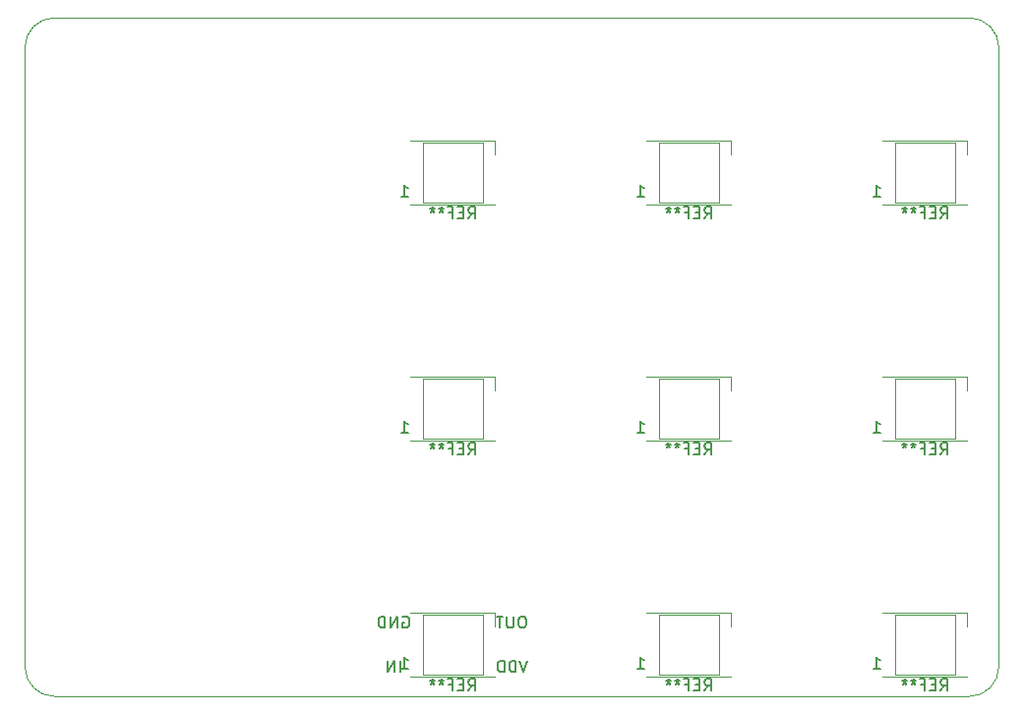
<source format=gbr>
%TF.GenerationSoftware,KiCad,Pcbnew,(6.0.5)*%
%TF.CreationDate,2022-06-04T16:39:11+08:00*%
%TF.ProjectId,keyboard_V3,6b657962-6f61-4726-945f-56332e6b6963,rev?*%
%TF.SameCoordinates,Original*%
%TF.FileFunction,Legend,Bot*%
%TF.FilePolarity,Positive*%
%FSLAX46Y46*%
G04 Gerber Fmt 4.6, Leading zero omitted, Abs format (unit mm)*
G04 Created by KiCad (PCBNEW (6.0.5)) date 2022-06-04 16:39:11*
%MOMM*%
%LPD*%
G01*
G04 APERTURE LIST*
%TA.AperFunction,Profile*%
%ADD10C,0.100000*%
%TD*%
%TA.AperFunction,Profile*%
%ADD11C,0.050000*%
%TD*%
%ADD12C,0.150000*%
%ADD13C,0.120000*%
G04 APERTURE END LIST*
D10*
X107950000Y-113030000D02*
G75*
G03*
X110490000Y-110490000I0J2540000D01*
G01*
D11*
X101538462Y-65342253D02*
X106720062Y-65342253D01*
X106720062Y-65342253D02*
X106720062Y-70553853D01*
X106720062Y-70553853D02*
X101538462Y-70553853D01*
X101538462Y-70553853D02*
X101538462Y-65342253D01*
D10*
X29210000Y-113030000D02*
X107950000Y-113030000D01*
D11*
X60909200Y-85674200D02*
X66090800Y-85674200D01*
X66090800Y-85674200D02*
X66090800Y-90855800D01*
X66090800Y-90855800D02*
X60909200Y-90855800D01*
X60909200Y-90855800D02*
X60909200Y-85674200D01*
X60903194Y-65342253D02*
X66084794Y-65342253D01*
X66084794Y-65342253D02*
X66084794Y-70543853D01*
X66084794Y-70543853D02*
X60903194Y-70543853D01*
X60903194Y-70543853D02*
X60903194Y-65342253D01*
X101538462Y-85654200D02*
X106720062Y-85654200D01*
X106720062Y-85654200D02*
X106720062Y-90855800D01*
X106720062Y-90855800D02*
X101538462Y-90855800D01*
X101538462Y-90855800D02*
X101538462Y-85654200D01*
X81220828Y-85654200D02*
X86402428Y-85654200D01*
X86402428Y-85654200D02*
X86402428Y-90855800D01*
X86402428Y-90855800D02*
X81220828Y-90855800D01*
X81220828Y-90855800D02*
X81220828Y-85654200D01*
X81229200Y-65335000D02*
X86410800Y-65335000D01*
X86410800Y-65335000D02*
X86410800Y-70536600D01*
X86410800Y-70536600D02*
X81229200Y-70536600D01*
X81229200Y-70536600D02*
X81229200Y-65335000D01*
D10*
X26670000Y-110490000D02*
X26670000Y-57150000D01*
X110490000Y-110490000D02*
X110490000Y-57150000D01*
X110490000Y-57150000D02*
G75*
G03*
X107950000Y-54610000I-2540000J0D01*
G01*
D11*
X101549200Y-105974200D02*
X106730800Y-105974200D01*
X106730800Y-105974200D02*
X106730800Y-111195800D01*
X106730800Y-111195800D02*
X101549200Y-111195800D01*
X101549200Y-111195800D02*
X101549200Y-105974200D01*
D10*
X107950000Y-54610000D02*
X29210000Y-54610000D01*
D11*
X60909200Y-105984200D02*
X66090800Y-105984200D01*
X66090800Y-105984200D02*
X66090800Y-111175800D01*
X66090800Y-111175800D02*
X60909200Y-111175800D01*
X60909200Y-111175800D02*
X60909200Y-105984200D01*
X26670000Y-110490000D02*
G75*
G03*
X29210000Y-113030000I2540000J0D01*
G01*
X81229200Y-105974200D02*
X86410800Y-105974200D01*
X86410800Y-105974200D02*
X86410800Y-111195800D01*
X86410800Y-111195800D02*
X81229200Y-111195800D01*
X81229200Y-111195800D02*
X81229200Y-105974200D01*
X29210000Y-54610000D02*
G75*
G03*
X26670000Y-57150000I0J-2540000D01*
G01*
D12*
X69580000Y-106132380D02*
X69389523Y-106132380D01*
X69294285Y-106180000D01*
X69199047Y-106275238D01*
X69151428Y-106465714D01*
X69151428Y-106799047D01*
X69199047Y-106989523D01*
X69294285Y-107084761D01*
X69389523Y-107132380D01*
X69580000Y-107132380D01*
X69675238Y-107084761D01*
X69770476Y-106989523D01*
X69818095Y-106799047D01*
X69818095Y-106465714D01*
X69770476Y-106275238D01*
X69675238Y-106180000D01*
X69580000Y-106132380D01*
X68722857Y-106132380D02*
X68722857Y-106941904D01*
X68675238Y-107037142D01*
X68627619Y-107084761D01*
X68532380Y-107132380D01*
X68341904Y-107132380D01*
X68246666Y-107084761D01*
X68199047Y-107037142D01*
X68151428Y-106941904D01*
X68151428Y-106132380D01*
X67818095Y-106132380D02*
X67246666Y-106132380D01*
X67532380Y-107132380D02*
X67532380Y-106132380D01*
X69913333Y-109942380D02*
X69580000Y-110942380D01*
X69246666Y-109942380D01*
X68913333Y-110942380D02*
X68913333Y-109942380D01*
X68675238Y-109942380D01*
X68532380Y-109990000D01*
X68437142Y-110085238D01*
X68389523Y-110180476D01*
X68341904Y-110370952D01*
X68341904Y-110513809D01*
X68389523Y-110704285D01*
X68437142Y-110799523D01*
X68532380Y-110894761D01*
X68675238Y-110942380D01*
X68913333Y-110942380D01*
X67913333Y-110942380D02*
X67913333Y-109942380D01*
X67675238Y-109942380D01*
X67532380Y-109990000D01*
X67437142Y-110085238D01*
X67389523Y-110180476D01*
X67341904Y-110370952D01*
X67341904Y-110513809D01*
X67389523Y-110704285D01*
X67437142Y-110799523D01*
X67532380Y-110894761D01*
X67675238Y-110942380D01*
X67913333Y-110942380D01*
X59181904Y-106180000D02*
X59277142Y-106132380D01*
X59420000Y-106132380D01*
X59562857Y-106180000D01*
X59658095Y-106275238D01*
X59705714Y-106370476D01*
X59753333Y-106560952D01*
X59753333Y-106703809D01*
X59705714Y-106894285D01*
X59658095Y-106989523D01*
X59562857Y-107084761D01*
X59420000Y-107132380D01*
X59324761Y-107132380D01*
X59181904Y-107084761D01*
X59134285Y-107037142D01*
X59134285Y-106703809D01*
X59324761Y-106703809D01*
X58705714Y-107132380D02*
X58705714Y-106132380D01*
X58134285Y-107132380D01*
X58134285Y-106132380D01*
X57658095Y-107132380D02*
X57658095Y-106132380D01*
X57420000Y-106132380D01*
X57277142Y-106180000D01*
X57181904Y-106275238D01*
X57134285Y-106370476D01*
X57086666Y-106560952D01*
X57086666Y-106703809D01*
X57134285Y-106894285D01*
X57181904Y-106989523D01*
X57277142Y-107084761D01*
X57420000Y-107132380D01*
X57658095Y-107132380D01*
X58943809Y-110942380D02*
X58943809Y-109942380D01*
X58467619Y-110942380D02*
X58467619Y-109942380D01*
X57896190Y-110942380D01*
X57896190Y-109942380D01*
%TO.C,REF\u002A\u002A*%
X85153333Y-112537380D02*
X85486666Y-112061190D01*
X85724761Y-112537380D02*
X85724761Y-111537380D01*
X85343809Y-111537380D01*
X85248571Y-111585000D01*
X85200952Y-111632619D01*
X85153333Y-111727857D01*
X85153333Y-111870714D01*
X85200952Y-111965952D01*
X85248571Y-112013571D01*
X85343809Y-112061190D01*
X85724761Y-112061190D01*
X84724761Y-112013571D02*
X84391428Y-112013571D01*
X84248571Y-112537380D02*
X84724761Y-112537380D01*
X84724761Y-111537380D01*
X84248571Y-111537380D01*
X83486666Y-112013571D02*
X83820000Y-112013571D01*
X83820000Y-112537380D02*
X83820000Y-111537380D01*
X83343809Y-111537380D01*
X82820000Y-111537380D02*
X82820000Y-111775476D01*
X83058095Y-111680238D02*
X82820000Y-111775476D01*
X82581904Y-111680238D01*
X82962857Y-111965952D02*
X82820000Y-111775476D01*
X82677142Y-111965952D01*
X82058095Y-111537380D02*
X82058095Y-111775476D01*
X82296190Y-111680238D02*
X82058095Y-111775476D01*
X81820000Y-111680238D01*
X82200952Y-111965952D02*
X82058095Y-111775476D01*
X81915238Y-111965952D01*
X79384285Y-110637380D02*
X79955714Y-110637380D01*
X79670000Y-110637380D02*
X79670000Y-109637380D01*
X79765238Y-109780238D01*
X79860476Y-109875476D01*
X79955714Y-109923095D01*
X105473333Y-71897380D02*
X105806666Y-71421190D01*
X106044761Y-71897380D02*
X106044761Y-70897380D01*
X105663809Y-70897380D01*
X105568571Y-70945000D01*
X105520952Y-70992619D01*
X105473333Y-71087857D01*
X105473333Y-71230714D01*
X105520952Y-71325952D01*
X105568571Y-71373571D01*
X105663809Y-71421190D01*
X106044761Y-71421190D01*
X105044761Y-71373571D02*
X104711428Y-71373571D01*
X104568571Y-71897380D02*
X105044761Y-71897380D01*
X105044761Y-70897380D01*
X104568571Y-70897380D01*
X103806666Y-71373571D02*
X104140000Y-71373571D01*
X104140000Y-71897380D02*
X104140000Y-70897380D01*
X103663809Y-70897380D01*
X103140000Y-70897380D02*
X103140000Y-71135476D01*
X103378095Y-71040238D02*
X103140000Y-71135476D01*
X102901904Y-71040238D01*
X103282857Y-71325952D02*
X103140000Y-71135476D01*
X102997142Y-71325952D01*
X102378095Y-70897380D02*
X102378095Y-71135476D01*
X102616190Y-71040238D02*
X102378095Y-71135476D01*
X102140000Y-71040238D01*
X102520952Y-71325952D02*
X102378095Y-71135476D01*
X102235238Y-71325952D01*
X99704285Y-69997380D02*
X100275714Y-69997380D01*
X99990000Y-69997380D02*
X99990000Y-68997380D01*
X100085238Y-69140238D01*
X100180476Y-69235476D01*
X100275714Y-69283095D01*
X105473333Y-112537380D02*
X105806666Y-112061190D01*
X106044761Y-112537380D02*
X106044761Y-111537380D01*
X105663809Y-111537380D01*
X105568571Y-111585000D01*
X105520952Y-111632619D01*
X105473333Y-111727857D01*
X105473333Y-111870714D01*
X105520952Y-111965952D01*
X105568571Y-112013571D01*
X105663809Y-112061190D01*
X106044761Y-112061190D01*
X105044761Y-112013571D02*
X104711428Y-112013571D01*
X104568571Y-112537380D02*
X105044761Y-112537380D01*
X105044761Y-111537380D01*
X104568571Y-111537380D01*
X103806666Y-112013571D02*
X104140000Y-112013571D01*
X104140000Y-112537380D02*
X104140000Y-111537380D01*
X103663809Y-111537380D01*
X103140000Y-111537380D02*
X103140000Y-111775476D01*
X103378095Y-111680238D02*
X103140000Y-111775476D01*
X102901904Y-111680238D01*
X103282857Y-111965952D02*
X103140000Y-111775476D01*
X102997142Y-111965952D01*
X102378095Y-111537380D02*
X102378095Y-111775476D01*
X102616190Y-111680238D02*
X102378095Y-111775476D01*
X102140000Y-111680238D01*
X102520952Y-111965952D02*
X102378095Y-111775476D01*
X102235238Y-111965952D01*
X99704285Y-110637380D02*
X100275714Y-110637380D01*
X99990000Y-110637380D02*
X99990000Y-109637380D01*
X100085238Y-109780238D01*
X100180476Y-109875476D01*
X100275714Y-109923095D01*
X85153333Y-71897380D02*
X85486666Y-71421190D01*
X85724761Y-71897380D02*
X85724761Y-70897380D01*
X85343809Y-70897380D01*
X85248571Y-70945000D01*
X85200952Y-70992619D01*
X85153333Y-71087857D01*
X85153333Y-71230714D01*
X85200952Y-71325952D01*
X85248571Y-71373571D01*
X85343809Y-71421190D01*
X85724761Y-71421190D01*
X84724761Y-71373571D02*
X84391428Y-71373571D01*
X84248571Y-71897380D02*
X84724761Y-71897380D01*
X84724761Y-70897380D01*
X84248571Y-70897380D01*
X83486666Y-71373571D02*
X83820000Y-71373571D01*
X83820000Y-71897380D02*
X83820000Y-70897380D01*
X83343809Y-70897380D01*
X82820000Y-70897380D02*
X82820000Y-71135476D01*
X83058095Y-71040238D02*
X82820000Y-71135476D01*
X82581904Y-71040238D01*
X82962857Y-71325952D02*
X82820000Y-71135476D01*
X82677142Y-71325952D01*
X82058095Y-70897380D02*
X82058095Y-71135476D01*
X82296190Y-71040238D02*
X82058095Y-71135476D01*
X81820000Y-71040238D01*
X82200952Y-71325952D02*
X82058095Y-71135476D01*
X81915238Y-71325952D01*
X79384285Y-69997380D02*
X79955714Y-69997380D01*
X79670000Y-69997380D02*
X79670000Y-68997380D01*
X79765238Y-69140238D01*
X79860476Y-69235476D01*
X79955714Y-69283095D01*
X64833333Y-71897380D02*
X65166666Y-71421190D01*
X65404761Y-71897380D02*
X65404761Y-70897380D01*
X65023809Y-70897380D01*
X64928571Y-70945000D01*
X64880952Y-70992619D01*
X64833333Y-71087857D01*
X64833333Y-71230714D01*
X64880952Y-71325952D01*
X64928571Y-71373571D01*
X65023809Y-71421190D01*
X65404761Y-71421190D01*
X64404761Y-71373571D02*
X64071428Y-71373571D01*
X63928571Y-71897380D02*
X64404761Y-71897380D01*
X64404761Y-70897380D01*
X63928571Y-70897380D01*
X63166666Y-71373571D02*
X63500000Y-71373571D01*
X63500000Y-71897380D02*
X63500000Y-70897380D01*
X63023809Y-70897380D01*
X62500000Y-70897380D02*
X62500000Y-71135476D01*
X62738095Y-71040238D02*
X62500000Y-71135476D01*
X62261904Y-71040238D01*
X62642857Y-71325952D02*
X62500000Y-71135476D01*
X62357142Y-71325952D01*
X61738095Y-70897380D02*
X61738095Y-71135476D01*
X61976190Y-71040238D02*
X61738095Y-71135476D01*
X61500000Y-71040238D01*
X61880952Y-71325952D02*
X61738095Y-71135476D01*
X61595238Y-71325952D01*
X59064285Y-69997380D02*
X59635714Y-69997380D01*
X59350000Y-69997380D02*
X59350000Y-68997380D01*
X59445238Y-69140238D01*
X59540476Y-69235476D01*
X59635714Y-69283095D01*
X64833333Y-112537380D02*
X65166666Y-112061190D01*
X65404761Y-112537380D02*
X65404761Y-111537380D01*
X65023809Y-111537380D01*
X64928571Y-111585000D01*
X64880952Y-111632619D01*
X64833333Y-111727857D01*
X64833333Y-111870714D01*
X64880952Y-111965952D01*
X64928571Y-112013571D01*
X65023809Y-112061190D01*
X65404761Y-112061190D01*
X64404761Y-112013571D02*
X64071428Y-112013571D01*
X63928571Y-112537380D02*
X64404761Y-112537380D01*
X64404761Y-111537380D01*
X63928571Y-111537380D01*
X63166666Y-112013571D02*
X63500000Y-112013571D01*
X63500000Y-112537380D02*
X63500000Y-111537380D01*
X63023809Y-111537380D01*
X62500000Y-111537380D02*
X62500000Y-111775476D01*
X62738095Y-111680238D02*
X62500000Y-111775476D01*
X62261904Y-111680238D01*
X62642857Y-111965952D02*
X62500000Y-111775476D01*
X62357142Y-111965952D01*
X61738095Y-111537380D02*
X61738095Y-111775476D01*
X61976190Y-111680238D02*
X61738095Y-111775476D01*
X61500000Y-111680238D01*
X61880952Y-111965952D02*
X61738095Y-111775476D01*
X61595238Y-111965952D01*
X59064285Y-110637380D02*
X59635714Y-110637380D01*
X59350000Y-110637380D02*
X59350000Y-109637380D01*
X59445238Y-109780238D01*
X59540476Y-109875476D01*
X59635714Y-109923095D01*
X85144001Y-92209600D02*
X85477334Y-91733410D01*
X85715429Y-92209600D02*
X85715429Y-91209600D01*
X85334477Y-91209600D01*
X85239239Y-91257220D01*
X85191620Y-91304839D01*
X85144001Y-91400077D01*
X85144001Y-91542934D01*
X85191620Y-91638172D01*
X85239239Y-91685791D01*
X85334477Y-91733410D01*
X85715429Y-91733410D01*
X84715429Y-91685791D02*
X84382096Y-91685791D01*
X84239239Y-92209600D02*
X84715429Y-92209600D01*
X84715429Y-91209600D01*
X84239239Y-91209600D01*
X83477334Y-91685791D02*
X83810668Y-91685791D01*
X83810668Y-92209600D02*
X83810668Y-91209600D01*
X83334477Y-91209600D01*
X82810668Y-91209600D02*
X82810668Y-91447696D01*
X83048763Y-91352458D02*
X82810668Y-91447696D01*
X82572572Y-91352458D01*
X82953525Y-91638172D02*
X82810668Y-91447696D01*
X82667810Y-91638172D01*
X82048763Y-91209600D02*
X82048763Y-91447696D01*
X82286858Y-91352458D02*
X82048763Y-91447696D01*
X81810668Y-91352458D01*
X82191620Y-91638172D02*
X82048763Y-91447696D01*
X81905906Y-91638172D01*
X79374953Y-90309600D02*
X79946382Y-90309600D01*
X79660668Y-90309600D02*
X79660668Y-89309600D01*
X79755906Y-89452458D01*
X79851144Y-89547696D01*
X79946382Y-89595315D01*
X105467562Y-92209600D02*
X105800895Y-91733410D01*
X106038990Y-92209600D02*
X106038990Y-91209600D01*
X105658038Y-91209600D01*
X105562800Y-91257220D01*
X105515181Y-91304839D01*
X105467562Y-91400077D01*
X105467562Y-91542934D01*
X105515181Y-91638172D01*
X105562800Y-91685791D01*
X105658038Y-91733410D01*
X106038990Y-91733410D01*
X105038990Y-91685791D02*
X104705657Y-91685791D01*
X104562800Y-92209600D02*
X105038990Y-92209600D01*
X105038990Y-91209600D01*
X104562800Y-91209600D01*
X103800895Y-91685791D02*
X104134229Y-91685791D01*
X104134229Y-92209600D02*
X104134229Y-91209600D01*
X103658038Y-91209600D01*
X103134229Y-91209600D02*
X103134229Y-91447696D01*
X103372324Y-91352458D02*
X103134229Y-91447696D01*
X102896133Y-91352458D01*
X103277086Y-91638172D02*
X103134229Y-91447696D01*
X102991371Y-91638172D01*
X102372324Y-91209600D02*
X102372324Y-91447696D01*
X102610419Y-91352458D02*
X102372324Y-91447696D01*
X102134229Y-91352458D01*
X102515181Y-91638172D02*
X102372324Y-91447696D01*
X102229467Y-91638172D01*
X99698514Y-90309600D02*
X100269943Y-90309600D01*
X99984229Y-90309600D02*
X99984229Y-89309600D01*
X100079467Y-89452458D01*
X100174705Y-89547696D01*
X100269943Y-89595315D01*
X64833333Y-92217380D02*
X65166666Y-91741190D01*
X65404761Y-92217380D02*
X65404761Y-91217380D01*
X65023809Y-91217380D01*
X64928571Y-91265000D01*
X64880952Y-91312619D01*
X64833333Y-91407857D01*
X64833333Y-91550714D01*
X64880952Y-91645952D01*
X64928571Y-91693571D01*
X65023809Y-91741190D01*
X65404761Y-91741190D01*
X64404761Y-91693571D02*
X64071428Y-91693571D01*
X63928571Y-92217380D02*
X64404761Y-92217380D01*
X64404761Y-91217380D01*
X63928571Y-91217380D01*
X63166666Y-91693571D02*
X63500000Y-91693571D01*
X63500000Y-92217380D02*
X63500000Y-91217380D01*
X63023809Y-91217380D01*
X62500000Y-91217380D02*
X62500000Y-91455476D01*
X62738095Y-91360238D02*
X62500000Y-91455476D01*
X62261904Y-91360238D01*
X62642857Y-91645952D02*
X62500000Y-91455476D01*
X62357142Y-91645952D01*
X61738095Y-91217380D02*
X61738095Y-91455476D01*
X61976190Y-91360238D02*
X61738095Y-91455476D01*
X61500000Y-91360238D01*
X61880952Y-91645952D02*
X61738095Y-91455476D01*
X61595238Y-91645952D01*
X59064285Y-90317380D02*
X59635714Y-90317380D01*
X59350000Y-90317380D02*
X59350000Y-89317380D01*
X59445238Y-89460238D01*
X59540476Y-89555476D01*
X59635714Y-89603095D01*
D13*
X80170000Y-105835000D02*
X87470000Y-105835000D01*
X80170000Y-111335000D02*
X87470000Y-111335000D01*
X87470000Y-105835000D02*
X87470000Y-106985000D01*
X100490000Y-70695000D02*
X107790000Y-70695000D01*
X107790000Y-65195000D02*
X107790000Y-66345000D01*
X100490000Y-65195000D02*
X107790000Y-65195000D01*
X107790000Y-105835000D02*
X107790000Y-106985000D01*
X100490000Y-111335000D02*
X107790000Y-111335000D01*
X100490000Y-105835000D02*
X107790000Y-105835000D01*
X87470000Y-65195000D02*
X87470000Y-66345000D01*
X80170000Y-70695000D02*
X87470000Y-70695000D01*
X80170000Y-65195000D02*
X87470000Y-65195000D01*
X59850000Y-65195000D02*
X67150000Y-65195000D01*
X67150000Y-65195000D02*
X67150000Y-66345000D01*
X59850000Y-70695000D02*
X67150000Y-70695000D01*
X59850000Y-111335000D02*
X67150000Y-111335000D01*
X67150000Y-105835000D02*
X67150000Y-106985000D01*
X59850000Y-105835000D02*
X67150000Y-105835000D01*
X87460668Y-85507220D02*
X87460668Y-86657220D01*
X80160668Y-85507220D02*
X87460668Y-85507220D01*
X80160668Y-91007220D02*
X87460668Y-91007220D01*
X107784229Y-85507220D02*
X107784229Y-86657220D01*
X100484229Y-91007220D02*
X107784229Y-91007220D01*
X100484229Y-85507220D02*
X107784229Y-85507220D01*
X67150000Y-85515000D02*
X67150000Y-86665000D01*
X59850000Y-91015000D02*
X67150000Y-91015000D01*
X59850000Y-85515000D02*
X67150000Y-85515000D01*
%TD*%
M02*

</source>
